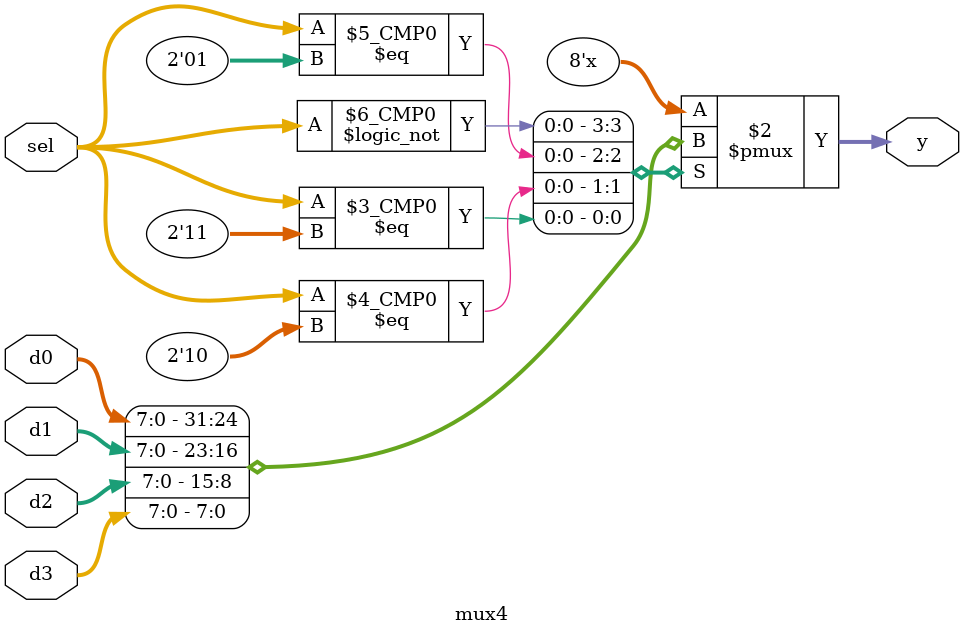
<source format=v>
module mux4(
input[7:0] d0,d1,d2,d3,//4个4位的输入

input[1:0] sel,//2位输入，表示选择的输入

output reg [7:0] y//4位输出，和选择的输入一致

);

always @(*) //敏感信号列表，当d0,d1,d2,d3,select任意一个改变时执行
	begin
		case(sel)

		0: y=d0;

		1: y=d1;

		2: y=d2;

		3: y=d3;

		default: y=0;

		endcase

	end 

endmodule
</source>
